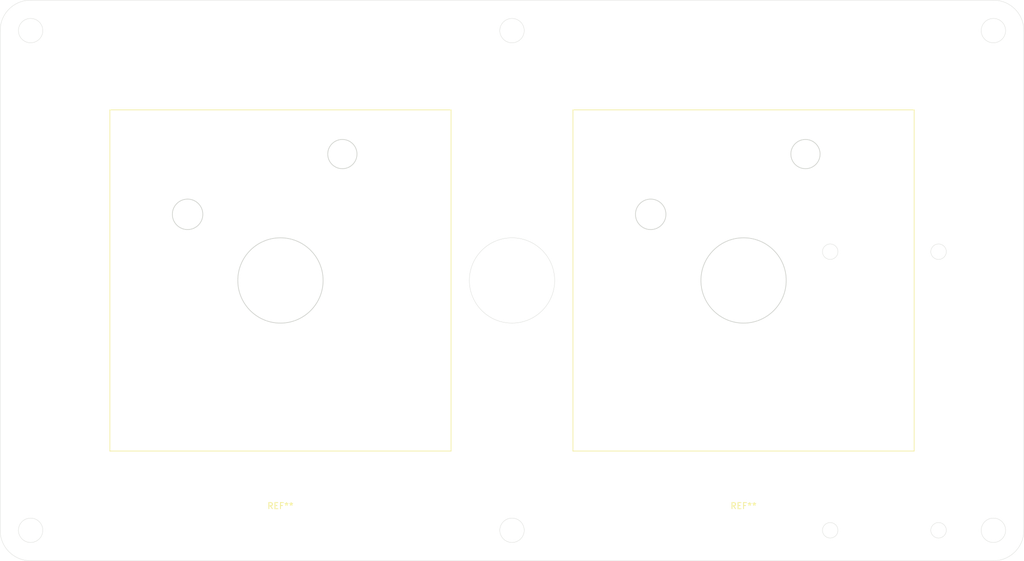
<source format=kicad_pcb>
(kicad_pcb (version 20171130) (host pcbnew 5.1.5-52549c5~84~ubuntu18.04.1)

  (general
    (thickness 1.6)
    (drawings 23)
    (tracks 0)
    (zones 0)
    (modules 2)
    (nets 1)
  )

  (page A4)
  (layers
    (0 F.Cu signal)
    (31 B.Cu signal)
    (32 B.Adhes user)
    (33 F.Adhes user)
    (34 B.Paste user)
    (35 F.Paste user)
    (36 B.SilkS user)
    (37 F.SilkS user)
    (38 B.Mask user)
    (39 F.Mask user)
    (40 Dwgs.User user)
    (41 Cmts.User user)
    (42 Eco1.User user)
    (43 Eco2.User user)
    (44 Edge.Cuts user)
    (45 Margin user)
    (46 B.CrtYd user)
    (47 F.CrtYd user)
    (48 B.Fab user)
    (49 F.Fab user)
  )

  (setup
    (last_trace_width 0.25)
    (trace_clearance 0.2)
    (zone_clearance 0.508)
    (zone_45_only no)
    (trace_min 0.2)
    (via_size 0.8)
    (via_drill 0.4)
    (via_min_size 0.4)
    (via_min_drill 0.3)
    (uvia_size 0.3)
    (uvia_drill 0.1)
    (uvias_allowed no)
    (uvia_min_size 0.2)
    (uvia_min_drill 0.1)
    (edge_width 0.05)
    (segment_width 0.2)
    (pcb_text_width 0.3)
    (pcb_text_size 1.5 1.5)
    (mod_edge_width 0.12)
    (mod_text_size 1 1)
    (mod_text_width 0.15)
    (pad_size 1.524 1.524)
    (pad_drill 0.762)
    (pad_to_mask_clearance 0.051)
    (solder_mask_min_width 0.25)
    (aux_axis_origin 0 0)
    (visible_elements FFFFFF7F)
    (pcbplotparams
      (layerselection 0x010fc_ffffffff)
      (usegerberextensions false)
      (usegerberattributes false)
      (usegerberadvancedattributes false)
      (creategerberjobfile false)
      (excludeedgelayer true)
      (linewidth 0.100000)
      (plotframeref false)
      (viasonmask false)
      (mode 1)
      (useauxorigin false)
      (hpglpennumber 1)
      (hpglpenspeed 20)
      (hpglpendiameter 15.000000)
      (psnegative false)
      (psa4output false)
      (plotreference true)
      (plotvalue true)
      (plotinvisibletext false)
      (padsonsilk false)
      (subtractmaskfromsilk false)
      (outputformat 1)
      (mirror false)
      (drillshape 1)
      (scaleselection 1)
      (outputdirectory ""))
  )

  (net 0 "")

  (net_class Default "This is the default net class."
    (clearance 0.2)
    (trace_width 0.25)
    (via_dia 0.8)
    (via_drill 0.4)
    (uvia_dia 0.3)
    (uvia_drill 0.1)
  )

  (module libkeyswitch-1_1:NOVELKEYS_BIG_SWITCH_BOTTOM (layer F.Cu) (tedit 5E2153D9) (tstamp 5E2171AB)
    (at 190 95)
    (fp_text reference REF** (at 0 37) (layer F.SilkS)
      (effects (font (size 1 1) (thickness 0.15)))
    )
    (fp_text value NOVELKEYS_BIG_SWITCH_BOTTOM (at 0 -37) (layer F.Fab)
      (effects (font (size 1 1) (thickness 0.15)))
    )
    (fp_line (start 28 -28) (end 28 28) (layer F.SilkS) (width 0.12))
    (fp_line (start 28 28) (end -28 28) (layer F.SilkS) (width 0.12))
    (fp_line (start -28 28) (end -28 -28) (layer F.SilkS) (width 0.12))
    (fp_line (start -28 -28) (end 28 -28) (layer F.SilkS) (width 0.12))
    (fp_line (start 36 -36) (end -36 -36) (layer Dwgs.User) (width 0.12))
    (fp_line (start -36 -36) (end -36 36) (layer Dwgs.User) (width 0.12))
    (fp_line (start -36 36) (end 36 36) (layer Dwgs.User) (width 0.12))
    (fp_line (start 36 36) (end 36 -36) (layer Dwgs.User) (width 0.12))
    (fp_circle (center 0 0) (end 7 0) (layer Edge.Cuts) (width 0.12))
    (fp_circle (center 10.16 -20.74) (end 12.56 -20.74) (layer Edge.Cuts) (width 0.12))
    (fp_circle (center -15.24 -10.85) (end -12.74 -10.85) (layer Edge.Cuts) (width 0.12))
  )

  (module libkeyswitch-1_1:NOVELKEYS_BIG_SWITCH_BOTTOM (layer F.Cu) (tedit 5E2153D9) (tstamp 5E217181)
    (at 114 95)
    (fp_text reference REF** (at 0 37) (layer F.SilkS)
      (effects (font (size 1 1) (thickness 0.15)))
    )
    (fp_text value NOVELKEYS_BIG_SWITCH_BOTTOM (at 0 -37) (layer F.Fab)
      (effects (font (size 1 1) (thickness 0.15)))
    )
    (fp_circle (center -15.24 -10.85) (end -12.74 -10.85) (layer Edge.Cuts) (width 0.12))
    (fp_circle (center 10.16 -20.74) (end 12.56 -20.74) (layer Edge.Cuts) (width 0.12))
    (fp_circle (center 0 0) (end 7 0) (layer Edge.Cuts) (width 0.12))
    (fp_line (start 36 36) (end 36 -36) (layer Dwgs.User) (width 0.12))
    (fp_line (start -36 36) (end 36 36) (layer Dwgs.User) (width 0.12))
    (fp_line (start -36 -36) (end -36 36) (layer Dwgs.User) (width 0.12))
    (fp_line (start 36 -36) (end -36 -36) (layer Dwgs.User) (width 0.12))
    (fp_line (start -28 -28) (end 28 -28) (layer F.SilkS) (width 0.12))
    (fp_line (start -28 28) (end -28 -28) (layer F.SilkS) (width 0.12))
    (fp_line (start 28 28) (end -28 28) (layer F.SilkS) (width 0.12))
    (fp_line (start 28 -28) (end 28 28) (layer F.SilkS) (width 0.12))
  )

  (gr_circle (center 204.22 136) (end 202.95 136) (layer Edge.Cuts) (width 0.05) (tstamp 5E21726A))
  (gr_line (start 204.22 136) (end 204.22 90.28) (layer Dwgs.User) (width 0.15) (tstamp 5E217269))
  (gr_circle (center 222 90.28) (end 223.27 90.28) (layer Edge.Cuts) (width 0.05) (tstamp 5E217268))
  (gr_circle (center 204.22 90.28) (end 202.95 90.28) (layer Edge.Cuts) (width 0.05) (tstamp 5E217267))
  (gr_line (start 222 90.28) (end 222 136) (layer Dwgs.User) (width 0.15) (tstamp 5E217266))
  (gr_circle (center 222 136) (end 223.27 136) (layer Edge.Cuts) (width 0.05) (tstamp 5E217265))
  (gr_line (start 222 136) (end 204.22 136) (layer Dwgs.User) (width 0.15) (tstamp 5E217264))
  (gr_line (start 204.22 90.28) (end 222 90.28) (layer Dwgs.User) (width 0.15) (tstamp 5E217263))
  (gr_circle (center 152 95) (end 159 95) (layer Edge.Cuts) (width 0.05))
  (gr_line (start 236 136) (end 236 54) (layer Edge.Cuts) (width 0.05) (tstamp 5E2108FB))
  (gr_line (start 73 141) (end 231 141) (layer Edge.Cuts) (width 0.05) (tstamp 5E2108FA))
  (gr_line (start 68 54) (end 68 136) (layer Edge.Cuts) (width 0.05) (tstamp 5E2108F9))
  (gr_line (start 231 49) (end 73 49) (layer Edge.Cuts) (width 0.05) (tstamp 5E2108F8))
  (gr_arc (start 231 54) (end 236 54) (angle -90) (layer Edge.Cuts) (width 0.05))
  (gr_arc (start 231 136) (end 231 141) (angle -90) (layer Edge.Cuts) (width 0.05))
  (gr_arc (start 73 136) (end 68 136) (angle -90) (layer Edge.Cuts) (width 0.05))
  (gr_arc (start 73 54) (end 73 49) (angle -90) (layer Edge.Cuts) (width 0.05))
  (gr_circle (center 231 136) (end 233 136) (layer Edge.Cuts) (width 0.05))
  (gr_circle (center 152 136) (end 154 136) (layer Edge.Cuts) (width 0.05))
  (gr_circle (center 73 136) (end 75 136) (layer Edge.Cuts) (width 0.05))
  (gr_circle (center 73 54) (end 75 54) (layer Edge.Cuts) (width 0.05))
  (gr_circle (center 231 54) (end 233 54) (layer Edge.Cuts) (width 0.05))
  (gr_circle (center 152 54) (end 154 54) (layer Edge.Cuts) (width 0.05))

)

</source>
